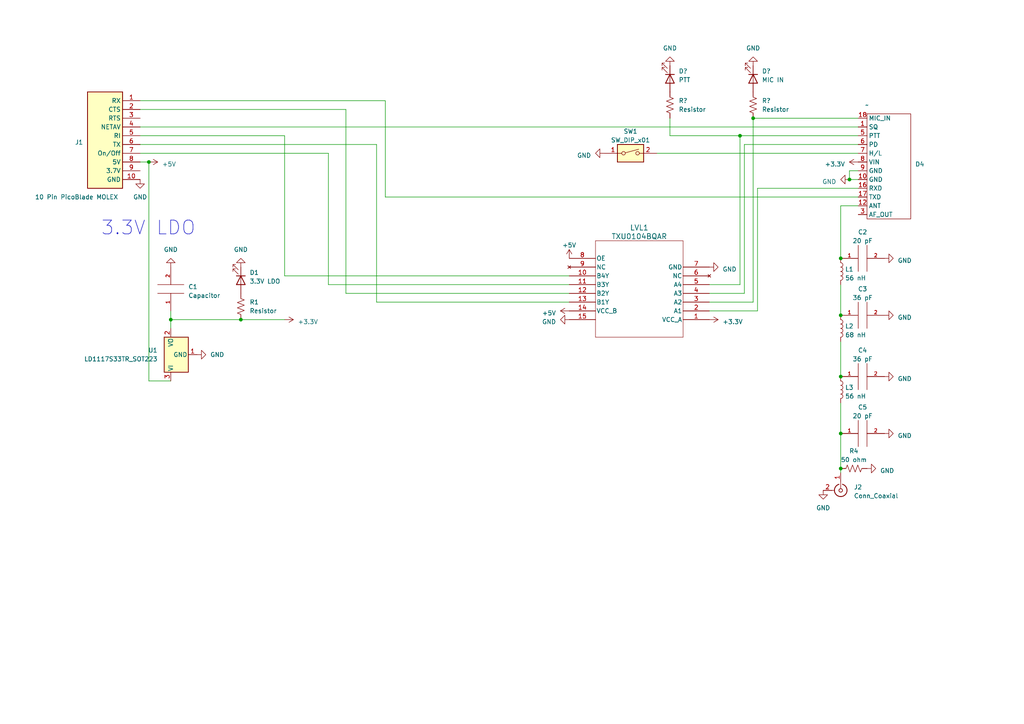
<source format=kicad_sch>
(kicad_sch (version 20230121) (generator eeschema)
  (paper "A4")
  (lib_symbols
    (symbol "53048-1010:53048-1010"
      (property "Reference" "J2" (at 9.525 3.81 90))
      (property "Value" "53048-1010" (at 12.065 3.81 90))
      (symbol "53048-1010_1_1"
        (rectangle (start 5.08 2.54) (end 15.24 -25.4) (stroke (width 0.254)) (fill (type background)))
        (pin output line (at 0 -22.86 0) (length 5.08) (name "RX") (number "1"))
        (pin passive line (at 0 0 0) (length 5.08) (name "GND") (number "10"))
        (pin passive line (at 0 -20.32 0) (length 5.08) (name "CTS") (number "2"))
        (pin passive line (at 0 -17.78 0) (length 5.08) (name "RTS") (number "3"))
        (pin passive line (at 0 -15.24 0) (length 5.08) (name "NETAV") (number "4"))
        (pin passive line (at 0 -12.7 0) (length 5.08) (name "RI") (number "5"))
        (pin passive line (at 0 -10.16 0) (length 5.08) (name "TX") (number "6"))
        (pin passive line (at 0 -7.62 0) (length 5.08) (name "On/Off") (number "7"))
        (pin input line (at 0 -5.08 0) (length 5.08) (name "5V") (number "8"))
        (pin passive line (at 0 -2.54 0) (length 5.08) (name "3.7V") (number "9"))
      )
    )
    (symbol "Capacitor_1" (pin_names (offset 0.254))
      (property "Reference" "C?" (at 5.08 1.2701 0))
      (property "Value" "Capacitor" (at 5.08 -1.2699 0))
      (symbol "Capacitor_1_0_1"
        (polyline (pts (xy -3.81 -1.27) (xy 3.81 -1.27)))
        (polyline (pts (xy -3.81 1.27) (xy 3.81 1.27)))
      )
      (symbol "Capacitor_1_1_1"
        (pin power_in line (at 0 6.35 270) (length 5.08) (name "~") (number "1"))
        (pin power_out line (at 0 -6.35 90) (length 5.08) (name "~") (number "2"))
      )
    )
    (symbol "Connector:Conn_Coaxial" (pin_names (offset 1.016) hide)
      (property "Reference" "J" (at 0.254 3.048 0))
      (property "Value" "Conn_Coaxial" (at 2.921 0 90))
      (symbol "Conn_Coaxial_0_1"
        (arc (start -1.778 -0.508) (mid 0.2311 -1.8066) (end 1.778 0) (stroke (width 0.254)))
        (polyline (pts (xy -2.54 0) (xy -0.508 0)))
        (polyline (pts (xy 0 -2.54) (xy 0 -1.778)))
        (circle (center 0 0) (radius 0.508) (stroke (width 0.2032)))
        (arc (start 1.778 0) (mid 0.2099 1.8101) (end -1.778 0.508) (stroke (width 0.254)))
      )
      (symbol "Conn_Coaxial_1_1"
        (pin passive line (at -5.08 0 0) (length 2.54) (name "In") (number "1"))
        (pin passive line (at 0 -5.08 90) (length 2.54) (name "Ext") (number "2"))
      )
    )
    (symbol "Device:L" (pin_numbers hide) (pin_names (offset 1.016) hide)
      (property "Reference" "L" (at -1.27 0 90))
      (property "Value" "L" (at 1.905 0 90))
      (symbol "L_0_1"
        (arc (start 0 -2.54) (mid 0.6323 -1.905) (end 0 -1.27))
        (arc (start 0 -1.27) (mid 0.6323 -0.635) (end 0 0))
        (arc (start 0 0) (mid 0.6323 0.635) (end 0 1.27))
        (arc (start 0 1.27) (mid 0.6323 1.905) (end 0 2.54))
      )
      (symbol "L_1_1"
        (pin passive line (at 0 3.81 270) (length 1.27) (name "1") (number "1"))
        (pin passive line (at 0 -3.81 90) (length 1.27) (name "2") (number "2"))
      )
    )
    (symbol "GND_1" (power) (pin_names (offset 0))
      (property "Value" "GND_1" (at 0 -3.81 0))
      (symbol "GND_1_0_1"
        (polyline (pts (xy 0 0) (xy 0 -1.27) (xy 1.27 -1.27) (xy 0 -2.54) (xy -1.27 -1.27) (xy 0 -1.27)))
      )
      (symbol "GND_1_1_1"
        (pin power_in line (at 0 0 270) (length 0) hide (name "GND") (number "1"))
      )
    )
    (symbol "GND_2" (power) (pin_names (offset 0))
      (property "Value" "GND_2" (at 0 -3.81 0))
      (symbol "GND_2_0_1"
        (polyline (pts (xy 0 0) (xy 0 -1.27) (xy 1.27 -1.27) (xy 0 -2.54) (xy -1.27 -1.27) (xy 0 -1.27)))
      )
      (symbol "GND_2_1_1"
        (pin power_in line (at 0 0 270) (length 0) hide (name "GND") (number "1"))
      )
    )
    (symbol "GND_3" (power) (pin_names (offset 0))
      (property "Value" "GND_3" (at 0 -3.81 0))
      (symbol "GND_3_0_1"
        (polyline (pts (xy 0 0) (xy 0 -1.27) (xy 1.27 -1.27) (xy 0 -2.54) (xy -1.27 -1.27) (xy 0 -1.27)))
      )
      (symbol "GND_3_1_1"
        (pin power_in line (at 0 0 270) (length 0) hide (name "GND") (number "1"))
      )
    )
    (symbol "GND_4" (power) (pin_names (offset 0))
      (property "Value" "GND_4" (at 0 -3.81 0))
      (symbol "GND_4_0_1"
        (polyline (pts (xy 0 0) (xy 0 -1.27) (xy 1.27 -1.27) (xy 0 -2.54) (xy -1.27 -1.27) (xy 0 -1.27)))
      )
      (symbol "GND_4_1_1"
        (pin power_in line (at 0 0 270) (length 0) hide (name "GND") (number "1"))
      )
    )
    (symbol "GND_5" (power) (pin_names (offset 0))
      (property "Value" "GND_5" (at 0 -3.81 0))
      (symbol "GND_5_0_1"
        (polyline (pts (xy 0 0) (xy 0 -1.27) (xy 1.27 -1.27) (xy 0 -2.54) (xy -1.27 -1.27) (xy 0 -1.27)))
      )
      (symbol "GND_5_1_1"
        (pin power_in line (at 0 0 270) (length 0) hide (name "GND") (number "1"))
      )
    )
    (symbol "GND_6" (power) (pin_names (offset 0))
      (property "Value" "GND_6" (at 0 -3.81 0))
      (symbol "GND_6_0_1"
        (polyline (pts (xy 0 0) (xy 0 -1.27) (xy 1.27 -1.27) (xy 0 -2.54) (xy -1.27 -1.27) (xy 0 -1.27)))
      )
      (symbol "GND_6_1_1"
        (pin power_in line (at 0 0 270) (length 0) hide (name "GND") (number "1"))
      )
    )
    (symbol "GND_7" (power) (pin_names (offset 0))
      (property "Value" "GND_7" (at 0 -3.81 0))
      (symbol "GND_7_0_1"
        (polyline (pts (xy 0 0) (xy 0 -1.27) (xy 1.27 -1.27) (xy 0 -2.54) (xy -1.27 -1.27) (xy 0 -1.27)))
      )
      (symbol "GND_7_1_1"
        (pin power_in line (at 0 0 270) (length 0) hide (name "GND") (number "1"))
      )
    )
    (symbol "GND_8" (power) (pin_names (offset 0))
      (property "Value" "GND_8" (at 0 -3.81 0))
      (symbol "GND_8_0_1"
        (polyline (pts (xy 0 0) (xy 0 -1.27) (xy 1.27 -1.27) (xy 0 -2.54) (xy -1.27 -1.27) (xy 0 -1.27)))
      )
      (symbol "GND_8_1_1"
        (pin power_in line (at 0 0 270) (length 0) hide (name "GND") (number "1"))
      )
    )
    (symbol "Regulator_Linear:LD1117S33TR_SOT223" (pin_names (offset 0.254))
      (property "Reference" "U" (at -3.81 3.175 0))
      (property "Value" "LD1117S33TR_SOT223" (at 0 3.175 0))
      (symbol "LD1117S33TR_SOT223_0_1"
        (rectangle (start -5.08 -5.08) (end 5.08 1.905) (stroke (width 0.254)) (fill (type background)))
      )
      (symbol "LD1117S33TR_SOT223_1_1"
        (pin power_in line (at 0 -7.62 90) (length 2.54) (name "GND") (number "1"))
        (pin power_out line (at 7.62 0 180) (length 2.54) (name "VO") (number "2"))
        (pin power_in line (at -7.62 0 0) (length 2.54) (name "VI") (number "3"))
      )
    )
    (symbol "Switch:SW_DIP_x01" (pin_names (offset 0) hide)
      (property "Reference" "SW" (at 0 3.81 0))
      (property "Value" "SW_DIP_x01" (at 0 -3.81 0))
      (symbol "SW_DIP_x01_0_0"
        (circle (center -2.032 0) (radius 0.508))
        (polyline (pts (xy -1.524 0.127) (xy 2.3622 1.1684)))
        (circle (center 2.032 0) (radius 0.508))
      )
      (symbol "SW_DIP_x01_0_1"
        (rectangle (start -3.81 2.54) (end 3.81 -2.54) (stroke (width 0.254)) (fill (type background)))
      )
      (symbol "SW_DIP_x01_1_1"
        (pin passive line (at -7.62 0 0) (length 5.08) (name "~") (number "1"))
        (pin passive line (at 7.62 0 180) (length 5.08) (name "~") (number "2"))
      )
    )
    (symbol "Trackuino2:TXU0104BQAR" (pin_names (offset 0.254))
      (property "Reference" "LVL" (at 20.32 10.16 0))
      (property "Value" "TXU0104BQAR" (at 20.32 7.62 0))
      (symbol "TXU0104BQAR_0_1"
        (polyline (pts (xy 7.62 -22.86) (xy 33.02 -22.86)) (stroke (width 0.127)))
        (polyline (pts (xy 7.62 5.08) (xy 7.62 -22.86)) (stroke (width 0.127)))
        (polyline (pts (xy 33.02 -22.86) (xy 33.02 5.08)) (stroke (width 0.127)))
        (polyline (pts (xy 33.02 5.08) (xy 7.62 5.08)) (stroke (width 0.127)))
      )
      (symbol "TXU0104BQAR_1_1"
        (pin unspecified line (at 0 0 0) (length 7.62) (name "VCC_A") (number "1"))
        (pin unspecified line (at 40.64 -12.7 180) (length 7.62) (name "B4Y") (number "10"))
        (pin unspecified line (at 40.64 -10.16 180) (length 7.62) (name "B3Y") (number "11"))
        (pin unspecified line (at 40.64 -7.62 180) (length 7.62) (name "B2Y") (number "12"))
        (pin unspecified line (at 40.64 -5.08 180) (length 7.62) (name "B1Y") (number "13"))
        (pin unspecified line (at 40.64 -2.54 180) (length 7.62) (name "VCC_B") (number "14"))
        (pin unspecified line (at 40.64 0 180) (length 7.62) (name "") (number "15"))
        (pin unspecified line (at 0 -2.54 0) (length 7.62) (name "A1") (number "2"))
        (pin unspecified line (at 0 -5.08 0) (length 7.62) (name "A2") (number "3"))
        (pin unspecified line (at 0 -7.62 0) (length 7.62) (name "A3") (number "4"))
        (pin unspecified line (at 0 -10.16 0) (length 7.62) (name "A4") (number "5"))
        (pin no_connect line (at 0 -12.7 0) (length 7.62) (name "NC") (number "6"))
        (pin unspecified line (at 0 -15.24 0) (length 7.62) (name "GND") (number "7"))
        (pin unspecified line (at 40.64 -17.78 180) (length 7.62) (name "OE") (number "8"))
        (pin no_connect line (at 40.64 -15.24 180) (length 7.62) (name "NC") (number "9"))
      )
    )
    (symbol "Trackuino:Capacitor" (pin_names (offset 0.254))
      (property "Reference" "C?" (at 5.08 1.2701 0))
      (property "Value" "Capacitor" (at 5.08 -1.2699 0))
      (symbol "Capacitor_0_1"
        (polyline (pts (xy -3.81 -1.27) (xy 3.81 -1.27)))
        (polyline (pts (xy -3.81 1.27) (xy 3.81 1.27)))
      )
      (symbol "Capacitor_1_1"
        (pin power_in line (at 0 6.35 270) (length 5.08) (name "~") (number "1"))
        (pin power_out line (at 0 -6.35 90) (length 5.08) (name "~") (number "2"))
      )
    )
    (symbol "Trackuino:DRA818V"
      (property "Reference" "D1" (at 13.97 -17.145 0))
      (property "Value" "~" (at 0 0 0))
      (symbol "DRA818V_0_1"
        (rectangle (start 0 -2.54) (end 12.7 -33.02))
      )
      (symbol "DRA818V_1_1"
        (pin output line (at -2.54 -6.35 0) (length 2.54) (name "SQ") (number "1"))
        (pin passive line (at -2.54 -21.59 0) (length 2.54) (name "GND") (number "10"))
        (pin passive line (at -2.54 -29.21 0) (length 2.54) (name "ANT") (number "12"))
        (pin input line (at -2.54 -24.13 0) (length 2.54) (name "RXD") (number "16"))
        (pin output line (at -2.54 -26.67 0) (length 2.54) (name "TXD") (number "17"))
        (pin input line (at -2.54 -3.81 0) (length 2.54) (name "MIC_IN") (number "18"))
        (pin output line (at -2.54 -31.75 0) (length 2.54) (name "AF_OUT") (number "3"))
        (pin input line (at -2.54 -8.89 0) (length 2.54) (name "PTT") (number "5"))
        (pin input line (at -2.54 -11.43 0) (length 2.54) (name "PD") (number "6"))
        (pin input line (at -2.54 -13.97 0) (length 2.54) (name "H/L") (number "7"))
        (pin power_in line (at -2.54 -16.51 0) (length 2.54) (name "VIN") (number "8"))
        (pin passive line (at -2.54 -19.05 0) (length 2.54) (name "GND") (number "9"))
      )
    )
    (symbol "Trackuino:LED" (pin_numbers hide) (pin_names (offset 1.016) hide)
      (property "Reference" "D?" (at -1.5875 6.35 0))
      (property "Value" "LED" (at -1.5875 3.81 0))
      (symbol "LED_0_1"
        (polyline (pts (xy -1.27 -1.27) (xy -1.27 1.27)) (stroke (width 0.254)))
        (polyline (pts (xy -1.27 0) (xy 1.27 0)))
        (polyline (pts (xy 1.27 -1.27) (xy 1.27 1.27) (xy -1.27 0) (xy 1.27 -1.27)) (stroke (width 0.254)))
        (polyline (pts (xy -3.048 -0.762) (xy -4.572 -2.286) (xy -3.81 -2.286) (xy -4.572 -2.286) (xy -4.572 -1.524)))
        (polyline (pts (xy -1.778 -0.762) (xy -3.302 -2.286) (xy -2.54 -2.286) (xy -3.302 -2.286) (xy -3.302 -1.524)))
      )
      (symbol "LED_1_1"
        (pin passive line (at -3.81 0 0) (length 2.54) (name "K") (number "1"))
        (pin passive line (at 3.81 0 180) (length 2.54) (name "A") (number "2"))
      )
    )
    (symbol "Trackuino:Resistor" (pin_numbers hide) (pin_names (offset 0))
      (property "Reference" "R?" (at 2.54 1.2701 0))
      (property "Value" "Resistor" (at 2.54 -1.2699 0))
      (symbol "Resistor_0_1"
        (polyline (pts (xy 0 -2.286) (xy 0 -2.54)))
        (polyline (pts (xy 0 2.286) (xy 0 2.54)))
        (polyline (pts (xy 0 -0.762) (xy 1.016 -1.143) (xy 0 -1.524) (xy -1.016 -1.905) (xy 0 -2.286)))
        (polyline (pts (xy 0 0.762) (xy 1.016 0.381) (xy 0 0) (xy -1.016 -0.381) (xy 0 -0.762)))
        (polyline (pts (xy 0 2.286) (xy 1.016 1.905) (xy 0 1.524) (xy -1.016 1.143) (xy 0 0.762)))
      )
      (symbol "Resistor_1_1"
        (pin passive line (at 0 3.81 270) (length 1.27) (name "~") (number "1"))
        (pin passive line (at 0 -3.81 90) (length 1.27) (name "~") (number "2"))
      )
    )
    (symbol "power:+3.3V" (power) (pin_names (offset 0))
      (property "Value" "+3.3V" (at 0 3.556 0))
      (symbol "+3.3V_0_1"
        (polyline (pts (xy -0.762 1.27) (xy 0 2.54)))
        (polyline (pts (xy 0 0) (xy 0 2.54)))
        (polyline (pts (xy 0 2.54) (xy 0.762 1.27)))
      )
      (symbol "+3.3V_1_1"
        (pin power_in line (at 0 0 90) (length 0) hide (name "+3.3V") (number "1"))
      )
    )
    (symbol "power:+5V" (power) (pin_names (offset 0))
      (property "Value" "+5V" (at 0 3.556 0))
      (symbol "+5V_0_1"
        (polyline (pts (xy -0.762 1.27) (xy 0 2.54)))
        (polyline (pts (xy 0 0) (xy 0 2.54)))
        (polyline (pts (xy 0 2.54) (xy 0.762 1.27)))
      )
      (symbol "+5V_1_1"
        (pin power_in line (at 0 0 90) (length 0) hide (name "+5V") (number "1"))
      )
    )
    (symbol "power:GND" (power) (pin_names (offset 0))
      (property "Value" "GND" (at 0 -3.81 0))
      (symbol "GND_0_1"
        (polyline (pts (xy 0 0) (xy 0 -1.27) (xy 1.27 -1.27) (xy 0 -2.54) (xy -1.27 -1.27) (xy 0 -1.27)))
      )
      (symbol "GND_1_1"
        (pin power_in line (at 0 0 270) (length 0) hide (name "GND") (number "1"))
      )
    )
  )
  (junction (at 214.63 39.37))
  (junction (at 69.85 92.71))
  (junction (at 49.53 92.71))
  (junction (at 243.84 135.89))
  (junction (at 243.84 125.73))
  (junction (at 243.84 91.44))
  (junction (at 243.84 109.22))
  (junction (at 43.18 46.99))
  (junction (at 218.44 34.29))
  (junction (at 243.84 74.93))
  (junction (at 246.38 52.07))
  (wire (pts (xy 243.84 135.89) (xy 243.84 137.16)))
  (wire (pts (xy 243.84 99.06) (xy 243.84 109.22)))
  (wire (pts (xy 40.64 44.45) (xy 95.25 44.45)))
  (wire (pts (xy 248.92 44.45) (xy 190.5 44.45)))
  (wire (pts (xy 248.92 54.61) (xy 219.71 54.61)))
  (wire (pts (xy 248.92 41.91) (xy 215.9 41.91)))
  (wire (pts (xy 219.71 90.17) (xy 205.74 90.17)))
  (wire (pts (xy 165.1 82.55) (xy 95.25 82.55)))
  (wire (pts (xy 43.18 46.99) (xy 43.18 110.49)))
  (wire (pts (xy 49.53 110.49) (xy 43.18 110.49)))
  (wire (pts (xy 248.92 39.37) (xy 214.63 39.37)))
  (wire (pts (xy 215.9 85.09) (xy 205.74 85.09)))
  (wire (pts (xy 194.31 34.29) (xy 194.31 39.37)))
  (wire (pts (xy 243.84 82.55) (xy 243.84 91.44)))
  (wire (pts (xy 243.84 59.69) (xy 243.84 74.93)))
  (wire (pts (xy 219.71 54.61) (xy 219.71 90.17)))
  (wire (pts (xy 49.53 90.17) (xy 49.53 92.71)))
  (wire (pts (xy 165.1 85.09) (xy 100.33 85.09)))
  (wire (pts (xy 243.84 125.73) (xy 243.84 135.89)))
  (wire (pts (xy 194.31 39.37) (xy 214.63 39.37)))
  (wire (pts (xy 109.22 41.91) (xy 40.64 41.91)))
  (wire (pts (xy 214.63 82.55) (xy 205.74 82.55)))
  (wire (pts (xy 248.92 59.69) (xy 243.84 59.69)))
  (wire (pts (xy 214.63 39.37) (xy 214.63 82.55)))
  (wire (pts (xy 218.44 34.29) (xy 218.44 87.63)))
  (wire (pts (xy 111.76 29.21) (xy 40.64 29.21)))
  (wire (pts (xy 165.1 80.01) (xy 82.55 80.01)))
  (wire (pts (xy 248.92 49.53) (xy 246.38 49.53)))
  (wire (pts (xy 218.44 87.63) (xy 205.74 87.63)))
  (wire (pts (xy 248.92 57.15) (xy 111.76 57.15)))
  (wire (pts (xy 100.33 31.75) (xy 40.64 31.75)))
  (wire (pts (xy 246.38 52.07) (xy 248.92 52.07)))
  (wire (pts (xy 215.9 41.91) (xy 215.9 85.09)))
  (wire (pts (xy 49.53 92.71) (xy 49.53 95.25)))
  (wire (pts (xy 111.76 57.15) (xy 111.76 29.21)))
  (wire (pts (xy 40.64 46.99) (xy 43.18 46.99)))
  (wire (pts (xy 109.22 87.63) (xy 109.22 41.91)))
  (wire (pts (xy 243.84 116.84) (xy 243.84 125.73)))
  (wire (pts (xy 82.55 80.01) (xy 82.55 39.37)))
  (wire (pts (xy 246.38 49.53) (xy 246.38 52.07)))
  (wire (pts (xy 248.92 34.29) (xy 218.44 34.29)))
  (wire (pts (xy 82.55 39.37) (xy 40.64 39.37)))
  (wire (pts (xy 40.64 36.83) (xy 248.92 36.83)))
  (wire (pts (xy 95.25 82.55) (xy 95.25 44.45)))
  (wire (pts (xy 100.33 85.09) (xy 100.33 31.75)))
  (wire (pts (xy 69.85 92.71) (xy 82.55 92.71)))
  (wire (pts (xy 165.1 87.63) (xy 109.22 87.63)))
  (wire (pts (xy 49.53 92.71) (xy 69.85 92.71)))
  (text "3.3V LDO" (at 29.21 68.58 0) (effects (font (size 4 4)) (justify left bottom)))
  (symbol (lib_id "Connector:Conn_Coaxial") (at 243.84 142.24 270) (unit 1)
    (property "Reference" "J2" (at 247.65 141.2875 90) (effects (justify left)))
    (property "Value" "Conn_Coaxial" (at 247.65 143.8275 90) (effects (justify left)))
    (property "Footprint" "Tracker Custom Library:Molex SMA Edge Mount" (effects hide))
    (property "Datasheet" " ~" (effects hide))
  )
  (symbol (lib_name "Capacitor_1") (lib_id "Trackuino:Capacitor") (at 250.19 74.93 90) (unit 1)
    (property "Reference" "C2" (at 250.19 67.31 90))
    (property "Value" "20 pF" (at 250.19 69.85 90))
    (property "Footprint" "Capacitor_SMD:C_1206_3216Metric" (effects hide))
  )
  (symbol (lib_id "power:+5V") (at 165.1 90.17 90) (unit 1)
    (property "Reference" "#PWR010" (effects hide))
    (property "Value" "+5V" (at 161.29 90.805 90) (effects (justify left)))
  )
  (symbol (lib_name "GND_2") (lib_id "power:GND") (at 205.74 77.47 90) (unit 1)
    (property "Reference" "#PWR013" (effects hide))
    (property "Value" "GND" (at 209.55 78.105 90) (effects (justify right)))
  )
  (symbol (lib_id "Trackuino:Capacitor") (at 49.53 83.82 180) (unit 1)
    (property "Reference" "C1" (at 54.61 83.185 0) (effects (justify right)))
    (property "Value" "Capacitor" (at 54.61 85.725 0) (effects (justify right)))
    (property "Footprint" "Capacitor_SMD:C_1206_3216Metric" (effects hide))
  )
  (symbol (lib_id "Trackuino:Resistor") (at 69.85 88.9 0) (unit 1)
    (property "Reference" "R1" (at 72.39 87.6299 0) (effects (justify left)))
    (property "Value" "Resistor" (at 72.39 90.1699 0) (effects (justify left)))
    (property "Footprint" "Resistor_SMD:R_1206_3216Metric" (effects hide))
  )
  (symbol (lib_id "power:GND") (at 49.53 77.47 180) (unit 1)
    (property "Reference" "#PWR03" (effects hide))
    (property "Value" "GND" (at 49.53 72.39 0))
  )
  (symbol (lib_name "GND_1") (lib_id "power:GND") (at 246.38 52.07 270) (unit 1)
    (property "Reference" "#PWR016" (effects hide))
    (property "Value" "GND" (at 242.57 52.705 90) (effects (justify right)))
  )
  (symbol (lib_id "Device:L") (at 243.84 78.74 0) (unit 1)
    (property "Reference" "L1" (at 245.11 78.105 0) (effects (justify left)))
    (property "Value" "56 nH" (at 245.11 80.645 0) (effects (justify left)))
    (property "Footprint" "Inductor_SMD:L_1206_3216Metric" (effects hide))
  )
  (symbol (lib_id "power:+5V") (at 43.18 46.99 270) (unit 1)
    (property "Reference" "#PWR02" (effects hide))
    (property "Value" "+5V" (at 46.99 47.625 90) (effects (justify left)))
  )
  (symbol (lib_name "GND_5") (lib_id "power:GND") (at 256.54 74.93 90) (unit 1)
    (property "Reference" "#PWR019" (effects hide))
    (property "Value" "GND" (at 260.35 75.565 90) (effects (justify right)))
  )
  (symbol (lib_id "Trackuino:LED") (at 69.85 81.28 270) (unit 1)
    (property "Reference" "D1" (at 72.39 79.0575 90) (effects (justify left)))
    (property "Value" "3.3V LDO" (at 72.39 81.5975 90) (effects (justify left)))
    (property "Footprint" "LED_SMD:LED_1206_3216Metric" (effects hide))
  )
  (symbol (lib_id "Trackuino:LED") (at 194.31 22.86 270) (unit 1)
    (property "Reference" "D?" (at 196.85 20.6375 90) (effects (justify left)))
    (property "Value" "PTT" (at 196.85 23.1775 90) (effects (justify left)))
    (property "Footprint" "LED_SMD:LED_1206_3216Metric" (effects hide))
  )
  (symbol (lib_id "Trackuino2:TXU0104BQAR") (at 205.74 92.71 180) (unit 1)
    (property "Reference" "LVL1" (at 185.42 66.04 0) (effects (font (size 1.524 1.524))))
    (property "Value" "TXU0104BQAR" (at 185.42 68.58 0) (effects (font (size 1.524 1.524))))
    (property "Footprint" "Package_SO:TSSOP-14_4.4x5mm_P0.65mm" (effects hide))
    (property "Datasheet" "TXU0104BQAR" (effects hide))
  )
  (symbol (lib_name "GND_5") (lib_id "power:GND") (at 256.54 125.73 90) (unit 1)
    (property "Reference" "#PWR022" (effects hide))
    (property "Value" "GND" (at 260.35 126.365 90) (effects (justify right)))
  )
  (symbol (lib_id "Trackuino:LED") (at 218.44 22.86 270) (unit 1)
    (property "Reference" "D?" (at 220.98 20.6375 90) (effects (justify left)))
    (property "Value" "MIC IN" (at 220.98 23.1775 90) (effects (justify left)))
    (property "Footprint" "LED_SMD:LED_1206_3216Metric" (effects hide))
  )
  (symbol (lib_name "GND_6") (lib_id "power:GND") (at 251.46 135.89 90) (unit 1)
    (property "Reference" "#PWR018" (effects hide))
    (property "Value" "GND" (at 255.27 136.525 90) (effects (justify right)))
  )
  (symbol (lib_name "GND_8") (lib_id "power:GND") (at 40.64 52.07 0) (unit 1)
    (property "Reference" "#PWR01" (effects hide))
    (property "Value" "GND" (at 40.64 57.15 0))
  )
  (symbol (lib_name "GND_4") (lib_id "power:GND") (at 175.26 44.45 270) (unit 1)
    (property "Reference" "#PWR012" (effects hide))
    (property "Value" "GND" (at 171.45 45.085 90) (effects (justify right)))
  )
  (symbol (lib_id "53048-1010:53048-1010") (at 40.64 52.07 180) (unit 1)
    (property "Reference" "J1" (at 24.13 41.275 0) (effects (justify left)))
    (property "Value" "10 Pin PicoBlade MOLEX" (at 34.29 57.15 0) (effects (justify left)))
    (property "Footprint" "Connector_Molex:Molex_PicoBlade_53048-1010_1x10_P1.25mm_Horizontal" (effects hide))
    (property "Datasheet" "https://componentsearchengine.com/Datasheets/2/53048-1010.pdf" (effects hide))
    (property "Height" "3.7" (effects hide))
    (property "Mouser Part Number" "538-53048-1010" (effects hide))
    (property "Mouser Price/Stock" "https://www.mouser.co.uk/ProductDetail/Molex/53048-1010?qs=th8CuLdcYnkN%252Bd6WV%252BYS%2FA%3D%3D" (effects hide))
    (property "Manufacturer_Name" "Molex" (effects hide))
    (property "Manufacturer_Part_Number" "53048-1010" (effects hide))
  )
  (symbol (lib_name "GND_3") (lib_id "power:GND") (at 165.1 92.71 270) (unit 1)
    (property "Reference" "#PWR011" (effects hide))
    (property "Value" "GND" (at 161.29 93.345 90) (effects (justify right)))
  )
  (symbol (lib_id "power:GND") (at 69.85 77.47 180) (unit 1)
    (property "Reference" "#PWR05" (effects hide))
    (property "Value" "GND" (at 69.85 72.39 0))
  )
  (symbol (lib_id "power:+3.3V") (at 82.55 92.71 270) (unit 1)
    (property "Reference" "#PWR06" (effects hide))
    (property "Value" "+3.3V" (at 86.36 93.345 90) (effects (justify left)))
  )
  (symbol (lib_id "Device:L") (at 243.84 113.03 0) (unit 1)
    (property "Reference" "L3" (at 245.11 112.395 0) (effects (justify left)))
    (property "Value" "56 nH" (at 245.11 114.935 0) (effects (justify left)))
    (property "Footprint" "Inductor_SMD:L_1206_3216Metric" (effects hide))
  )
  (symbol (lib_id "Trackuino:DRA818V") (at 251.46 30.48 0) (unit 1)
    (property "Reference" "D4" (at 265.43 47.625 0) (effects (justify left)))
    (property "Value" "~" (at 251.46 30.48 0))
    (property "Footprint" "Tracker Custom Library:DORJI_DRA818V" (effects hide))
  )
  (symbol (lib_id "Trackuino:Resistor") (at 247.65 135.89 90) (unit 1)
    (property "Reference" "R4" (at 247.65 130.81 90))
    (property "Value" "50 ohm" (at 247.65 133.35 90))
    (property "Footprint" "Resistor_SMD:R_1206_3216Metric" (effects hide))
  )
  (symbol (lib_name "Capacitor_1") (lib_id "Trackuino:Capacitor") (at 250.19 109.22 90) (unit 1)
    (property "Reference" "C4" (at 250.19 101.6 90))
    (property "Value" "36 pF" (at 250.19 104.14 90))
    (property "Footprint" "Capacitor_SMD:C_1206_3216Metric" (effects hide))
  )
  (symbol (lib_id "power:+5V") (at 165.1 74.93 0) (unit 1)
    (property "Reference" "#PWR09" (effects hide))
    (property "Value" "+5V" (at 165.1 71.12 0))
  )
  (symbol (lib_id "power:+3.3V") (at 205.74 92.71 270) (unit 1)
    (property "Reference" "#PWR014" (effects hide))
    (property "Value" "+3.3V" (at 209.55 93.345 90) (effects (justify left)))
  )
  (symbol (lib_id "power:GND") (at 57.15 102.87 90) (unit 1)
    (property "Reference" "#PWR04" (effects hide))
    (property "Value" "GND" (at 60.96 102.8699 90) (effects (justify right)))
  )
  (symbol (lib_id "power:GND") (at 218.44 19.05 180) (unit 1)
    (property "Reference" "#PWR07" (effects hide))
    (property "Value" "GND" (at 218.44 13.97 0))
  )
  (symbol (lib_id "power:GND") (at 194.31 19.05 180) (unit 1)
    (property "Reference" "#PWR08" (effects hide))
    (property "Value" "GND" (at 194.31 13.97 0))
  )
  (symbol (lib_name "GND_7") (lib_id "power:GND") (at 238.76 142.24 0) (unit 1)
    (property "Reference" "#PWR015" (effects hide))
    (property "Value" "GND" (at 238.76 147.32 0))
  )
  (symbol (lib_name "Capacitor_1") (lib_id "Trackuino:Capacitor") (at 250.19 125.73 90) (unit 1)
    (property "Reference" "C5" (at 250.19 118.11 90))
    (property "Value" "20 pF" (at 250.19 120.65 90))
    (property "Footprint" "Capacitor_SMD:C_1206_3216Metric" (effects hide))
  )
  (symbol (lib_name "Capacitor_1") (lib_id "Trackuino:Capacitor") (at 250.19 91.44 90) (unit 1)
    (property "Reference" "C3" (at 250.19 83.82 90))
    (property "Value" "36 pF" (at 250.19 86.36 90))
    (property "Footprint" "Capacitor_SMD:C_1206_3216Metric" (effects hide))
  )
  (symbol (lib_id "Trackuino:Resistor") (at 194.31 30.48 0) (unit 1)
    (property "Reference" "R?" (at 196.85 29.2099 0) (effects (justify left)))
    (property "Value" "Resistor" (at 196.85 31.7499 0) (effects (justify left)))
    (property "Footprint" "Resistor_SMD:R_1206_3216Metric" (effects hide))
  )
  (symbol (lib_id "Device:L") (at 243.84 95.25 0) (unit 1)
    (property "Reference" "L2" (at 245.11 94.615 0) (effects (justify left)))
    (property "Value" "68 nH" (at 245.11 97.155 0) (effects (justify left)))
    (property "Footprint" "Inductor_SMD:L_1210_3225Metric" (effects hide))
  )
  (symbol (lib_id "Switch:SW_DIP_x01") (at 182.88 44.45 0) (unit 1)
    (property "Reference" "SW1" (at 182.88 38.1 0))
    (property "Value" "SW_DIP_x01" (at 182.88 40.64 0))
    (property "Footprint" "Button_Switch_THT:SW_DIP_SPSTx01_Piano_10.8x4.1mm_W7.62mm_P2.54mm" (effects hide))
  )
  (symbol (lib_id "Trackuino:Resistor") (at 218.44 30.48 0) (unit 1)
    (property "Reference" "R?" (at 220.98 29.2099 0) (effects (justify left)))
    (property "Value" "Resistor" (at 220.98 31.7499 0) (effects (justify left)))
    (property "Footprint" "Resistor_SMD:R_1206_3216Metric" (effects hide))
  )
  (symbol (lib_id "power:+3.3V") (at 248.92 46.99 90) (unit 1)
    (property "Reference" "#PWR017" (effects hide))
    (property "Value" "+3.3V" (at 245.11 47.625 90) (effects (justify left)))
  )
  (symbol (lib_name "GND_5") (lib_id "power:GND") (at 256.54 109.22 90) (unit 1)
    (property "Reference" "#PWR021" (effects hide))
    (property "Value" "GND" (at 260.35 109.855 90) (effects (justify right)))
  )
  (symbol (lib_name "GND_5") (lib_id "power:GND") (at 256.54 91.44 90) (unit 1)
    (property "Reference" "#PWR020" (effects hide))
    (property "Value" "GND" (at 260.35 92.075 90) (effects (justify right)))
  )
  (symbol (lib_id "Regulator_Linear:LD1117S33TR_SOT223") (at 49.53 102.87 90) (unit 1)
    (property "Reference" "U1" (at 45.72 101.5999 90) (effects (justify left)))
    (property "Value" "LD1117S33TR_SOT223" (at 45.72 104.1399 90) (effects (justify left)))
    (property "Footprint" "Package_TO_SOT_SMD:SOT-223-3_TabPin2" (effects hide))
    (property "Datasheet" "http://www.st.com/st-web-ui/static/active/en/resource/technical/document/datasheet/CD00000544.pdf" (effects hide))
  )
)
</source>
